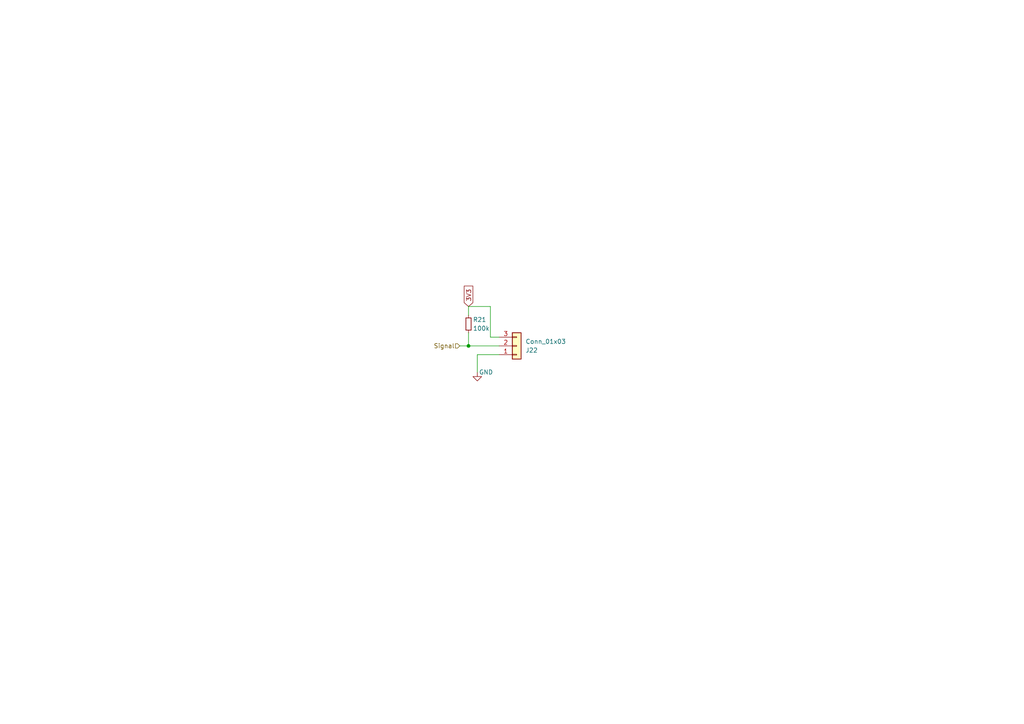
<source format=kicad_sch>
(kicad_sch (version 20230121) (generator eeschema)
  (paper "A4")
  (lib_symbols
    (symbol "Connector_Generic:Conn_01x03" (pin_names (offset 1.016) hide)
      (property "Reference" "J" (at 0 5.08 0))
      (property "Value" "Conn_01x03" (at 0 -5.08 0))
      (symbol "Conn_01x03_1_1"
        (rectangle (start -1.27 -2.413) (end 0 -2.667) (stroke (width 0.1524)))
        (rectangle (start -1.27 0.127) (end 0 -0.127) (stroke (width 0.1524)))
        (rectangle (start -1.27 2.667) (end 0 2.413) (stroke (width 0.1524)))
        (rectangle (start -1.27 3.81) (end 1.27 -3.81) (stroke (width 0.254)) (fill (type background)))
        (pin passive line (at -5.08 2.54 0) (length 3.81) (name "Pin_1") (number "1"))
        (pin passive line (at -5.08 0 0) (length 3.81) (name "Pin_2") (number "2"))
        (pin passive line (at -5.08 -2.54 0) (length 3.81) (name "Pin_3") (number "3"))
      )
    )
    (symbol "Device:R_Small" (pin_numbers hide) (pin_names (offset 0.254) hide)
      (property "Reference" "R" (at 0.762 0.508 0))
      (property "Value" "R_Small" (at 0.762 -1.016 0))
      (symbol "R_Small_0_1"
        (rectangle (start -0.762 1.778) (end 0.762 -1.778) (stroke (width 0.2032)))
      )
      (symbol "R_Small_1_1"
        (pin passive line (at 0 2.54 270) (length 0.762) (name "~") (number "1"))
        (pin passive line (at 0 -2.54 90) (length 0.762) (name "~") (number "2"))
      )
    )
    (symbol "power:GND" (power) (pin_names (offset 0))
      (property "Value" "GND" (at 0 -3.81 0))
      (symbol "GND_0_1"
        (polyline (pts (xy 0 0) (xy 0 -1.27) (xy 1.27 -1.27) (xy 0 -2.54) (xy -1.27 -1.27) (xy 0 -1.27)))
      )
      (symbol "GND_1_1"
        (pin power_in line (at 0 0 270) (length 0) hide (name "GND") (number "1"))
      )
    )
  )
  (junction (at 135.89 100.33))
  (wire (pts (xy 144.78 102.87) (xy 138.43 102.87)))
  (wire (pts (xy 138.43 102.87) (xy 138.43 107.95)))
  (wire (pts (xy 135.89 88.9) (xy 135.89 91.44)))
  (wire (pts (xy 142.24 97.79) (xy 144.78 97.79)))
  (wire (pts (xy 135.89 100.33) (xy 144.78 100.33)))
  (wire (pts (xy 142.24 88.9) (xy 142.24 97.79)))
  (wire (pts (xy 135.89 96.52) (xy 135.89 100.33)))
  (wire (pts (xy 135.89 88.9) (xy 142.24 88.9)))
  (wire (pts (xy 133.35 100.33) (xy 135.89 100.33)))
  (global_label "3V3" (shape input) (at 135.89 88.9 90) (property "Intersheetrefs" "${INTERSHEET_REFS}" (effects hide)))
  (hierarchical_label "Signal" (shape input) (at 133.35 100.33 180))
  (symbol (lib_id "power:GND") (at 138.43 107.95 0) (unit 1)
    (property "Reference" "#PWR052" (effects hide))
    (property "Value" "GND" (at 140.97 107.95 0))
    (instances (project "puissanceok" (path "" (reference "#PWR052") (unit 1)) (path "" (reference "#PWR051") (unit 1)) (path "" (reference "#PWR053") (unit 1)) (path "" (reference "#PWR054") (unit 1)) (path "" (reference "#PWR055") (unit 1)) (path "" (reference "#PWR056") (unit 1)) (path "" (reference "#PWR057") (unit 1)) (path "" (reference "#PWR058") (unit 1))))
  )
  (symbol (lib_id "Connector_Generic:Conn_01x03") (at 149.86 100.33 0) (mirror x) (unit 1)
    (property "Reference" "J22" (at 152.4 101.6 0) (effects (justify left)))
    (property "Value" "Conn_01x03" (at 152.4 99.06 0) (effects (justify left)))
    (instances (project "puissanceok" (path "" (reference "J22") (unit 1)) (path "" (reference "J23") (unit 1)) (path "" (reference "J21") (unit 1)) (path "" (reference "J24") (unit 1)) (path "" (reference "J25") (unit 1)) (path "" (reference "J26") (unit 1)) (path "" (reference "J27") (unit 1)) (path "" (reference "J28") (unit 1))))
  )
  (symbol (lib_id "Device:R_Small") (at 135.89 93.98 0) (unit 1)
    (property "Reference" "R21" (at 137.16 92.71 0) (effects (justify left)))
    (property "Value" "100k" (at 137.16 95.25 0) (effects (justify left)))
    (property "Footprint" "Resistor_SMD:R_0603_1608Metric_Pad0.98x0.95mm_HandSolder" (effects hide))
    (instances (project "puissanceok" (path "" (reference "R21") (unit 1)) (path "" (reference "R22") (unit 1)) (path "" (reference "R23") (unit 1)) (path "" (reference "R24") (unit 1)) (path "" (reference "R25") (unit 1)) (path "" (reference "R26") (unit 1)) (path "" (reference "R27") (unit 1)) (path "" (reference "R28") (unit 1))))
  )
)
</source>
